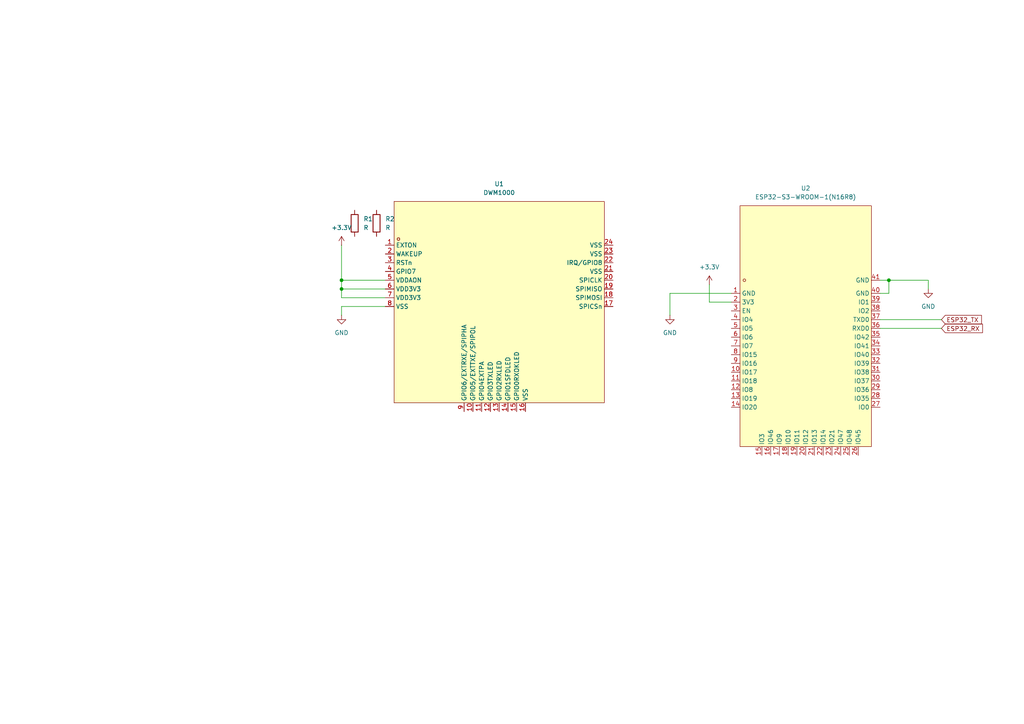
<source format=kicad_sch>
(kicad_sch (version 20231120) (generator "eeschema") (generator_version "8.0")
  (paper "A4")
  (lib_symbols
    (symbol "Device:R" (pin_numbers hide) (pin_names (offset 0))
      (property "Reference" "R" (at 2.032 0 90))
      (property "Value" "R" (at 0 0 90))
      (symbol "R_0_1"
        (rectangle (start -1.016 -2.54) (end 1.016 2.54) (stroke (width 0.254)))
      )
      (symbol "R_1_1"
        (pin passive line (at 0 3.81 270) (length 1.27) (name "~") (number "1"))
        (pin passive line (at 0 -3.81 90) (length 1.27) (name "~") (number "2"))
      )
    )
    (symbol "easyeda2kicad:DWM1000"
      (property "Reference" "U" (at 0 22.86 0))
      (property "Value" "DWM1000" (at 0 -35.56 0))
      (symbol "DWM1000_0_1"
        (rectangle (start -30.48 30.48) (end 30.48 -27.94) (fill (type background)))
        (circle (center -29.21 19.56) (radius 0.38))
        (circle (center -29.21 19.56) (radius 0.38))
        (pin unspecified line (at -33.02 17.78 0) (length 2.54) (name "EXTON") (number "1"))
        (pin unspecified line (at -7.62 -30.48 90) (length 2.54) (name "GPIO5/EXTTXE/SPIPOL") (number "10"))
        (pin unspecified line (at -5.08 -30.48 90) (length 2.54) (name "GPIO4EXTPA") (number "11"))
        (pin unspecified line (at -2.54 -30.48 90) (length 2.54) (name "GPIO3TXLED") (number "12"))
        (pin unspecified line (at 0 -30.48 90) (length 2.54) (name "GPIO2RXLED") (number "13"))
        (pin unspecified line (at 2.54 -30.48 90) (length 2.54) (name "GPIO1SFDLED") (number "14"))
        (pin unspecified line (at 5.08 -30.48 90) (length 2.54) (name "GPIO0RXOKLED") (number "15"))
        (pin unspecified line (at 7.62 -30.48 90) (length 2.54) (name "VSS") (number "16"))
        (pin unspecified line (at 33.02 0 180) (length 2.54) (name "SPICSn") (number "17"))
        (pin unspecified line (at 33.02 2.54 180) (length 2.54) (name "SPIMOSI") (number "18"))
        (pin unspecified line (at 33.02 5.08 180) (length 2.54) (name "SPIMISO") (number "19"))
        (pin unspecified line (at -33.02 15.24 0) (length 2.54) (name "WAKEUP") (number "2"))
        (pin unspecified line (at 33.02 7.62 180) (length 2.54) (name "SPICLK") (number "20"))
        (pin unspecified line (at 33.02 10.16 180) (length 2.54) (name "VSS") (number "21"))
        (pin unspecified line (at 33.02 12.7 180) (length 2.54) (name "IRQ/GPIO8") (number "22"))
        (pin unspecified line (at 33.02 15.24 180) (length 2.54) (name "VSS") (number "23"))
        (pin unspecified line (at 33.02 17.78 180) (length 2.54) (name "VSS") (number "24"))
        (pin unspecified line (at -33.02 12.7 0) (length 2.54) (name "RSTn") (number "3"))
        (pin unspecified line (at -33.02 10.16 0) (length 2.54) (name "GPIO7") (number "4"))
        (pin unspecified line (at -33.02 7.62 0) (length 2.54) (name "VDDAON") (number "5"))
        (pin unspecified line (at -33.02 5.08 0) (length 2.54) (name "VDD3V3") (number "6"))
        (pin unspecified line (at -33.02 2.54 0) (length 2.54) (name "VDD3V3") (number "7"))
        (pin unspecified line (at -33.02 0 0) (length 2.54) (name "VSS") (number "8"))
        (pin unspecified line (at -10.16 -30.48 90) (length 2.54) (name "GPIO6/EXTRXE/SPIPHA") (number "9"))
      )
    )
    (symbol "easyeda2kicad:ESP32-S3-WROOM-1(N16R8)"
      (property "Reference" "U" (at 0 20.32 0))
      (property "Value" "ESP32-S3-WROOM-1(N16R8)" (at 0 -40.64 0))
      (symbol "ESP32-S3-WROOM-1(N16R8)_0_1"
        (rectangle (start -19.05 36.83) (end 19.05 -33.02) (fill (type background)))
        (circle (center -17.78 15.24) (radius 0.38))
        (pin unspecified line (at -21.59 11.43 0) (length 2.54) (name "GND") (number "1"))
        (pin unspecified line (at -21.59 -11.43 0) (length 2.54) (name "IO17") (number "10"))
        (pin unspecified line (at -21.59 -13.97 0) (length 2.54) (name "IO18") (number "11"))
        (pin unspecified line (at -21.59 -16.51 0) (length 2.54) (name "IO8") (number "12"))
        (pin unspecified line (at -21.59 -19.05 0) (length 2.54) (name "IO19") (number "13"))
        (pin unspecified line (at -21.59 -21.59 0) (length 2.54) (name "IO20") (number "14"))
        (pin unspecified line (at -12.7 -35.56 90) (length 2.54) (name "IO3") (number "15"))
        (pin unspecified line (at -10.16 -35.56 90) (length 2.54) (name "IO46") (number "16"))
        (pin unspecified line (at -7.62 -35.56 90) (length 2.54) (name "IO9") (number "17"))
        (pin unspecified line (at -5.08 -35.56 90) (length 2.54) (name "IO10") (number "18"))
        (pin unspecified line (at -2.54 -35.56 90) (length 2.54) (name "IO11") (number "19"))
        (pin unspecified line (at -21.59 8.89 0) (length 2.54) (name "3V3") (number "2"))
        (pin unspecified line (at 0 -35.56 90) (length 2.54) (name "IO12") (number "20"))
        (pin unspecified line (at 2.54 -35.56 90) (length 2.54) (name "IO13") (number "21"))
        (pin unspecified line (at 5.08 -35.56 90) (length 2.54) (name "IO14") (number "22"))
        (pin unspecified line (at 7.62 -35.56 90) (length 2.54) (name "IO21") (number "23"))
        (pin unspecified line (at 10.16 -35.56 90) (length 2.54) (name "IO47") (number "24"))
        (pin unspecified line (at 12.7 -35.56 90) (length 2.54) (name "IO48") (number "25"))
        (pin unspecified line (at 15.24 -35.56 90) (length 2.54) (name "IO45") (number "26"))
        (pin unspecified line (at 21.59 -21.59 180) (length 2.54) (name "IO0") (number "27"))
        (pin unspecified line (at 21.59 -19.05 180) (length 2.54) (name "IO35") (number "28"))
        (pin unspecified line (at 21.59 -16.51 180) (length 2.54) (name "IO36") (number "29"))
        (pin unspecified line (at -21.59 6.35 0) (length 2.54) (name "EN") (number "3"))
        (pin unspecified line (at 21.59 -13.97 180) (length 2.54) (name "IO37") (number "30"))
        (pin unspecified line (at 21.59 -11.43 180) (length 2.54) (name "IO38") (number "31"))
        (pin unspecified line (at 21.59 -8.89 180) (length 2.54) (name "IO39") (number "32"))
        (pin unspecified line (at 21.59 -6.35 180) (length 2.54) (name "IO40") (number "33"))
        (pin unspecified line (at 21.59 -3.81 180) (length 2.54) (name "IO41") (number "34"))
        (pin unspecified line (at 21.59 -1.27 180) (length 2.54) (name "IO42") (number "35"))
        (pin unspecified line (at 21.59 1.27 180) (length 2.54) (name "RXD0") (number "36"))
        (pin unspecified line (at 21.59 3.81 180) (length 2.54) (name "TXD0") (number "37"))
        (pin unspecified line (at 21.59 6.35 180) (length 2.54) (name "IO2") (number "38"))
        (pin unspecified line (at 21.59 8.89 180) (length 2.54) (name "IO1") (number "39"))
        (pin unspecified line (at -21.59 3.81 0) (length 2.54) (name "IO4") (number "4"))
        (pin unspecified line (at 21.59 11.43 180) (length 2.54) (name "GND") (number "40"))
        (pin unspecified line (at 21.59 15.24 180) (length 2.54) (name "GND") (number "41"))
        (pin unspecified line (at -21.59 1.27 0) (length 2.54) (name "IO5") (number "5"))
        (pin unspecified line (at -21.59 -1.27 0) (length 2.54) (name "IO6") (number "6"))
        (pin unspecified line (at -21.59 -3.81 0) (length 2.54) (name "IO7") (number "7"))
        (pin unspecified line (at -21.59 -6.35 0) (length 2.54) (name "IO15") (number "8"))
        (pin unspecified line (at -21.59 -8.89 0) (length 2.54) (name "IO16") (number "9"))
      )
    )
    (symbol "power:+3.3V" (power) (pin_numbers hide) (pin_names (offset 0) hide)
      (property "Value" "+3.3V" (at 0 3.556 0))
      (symbol "+3.3V_0_1"
        (polyline (pts (xy -0.762 1.27) (xy 0 2.54)))
        (polyline (pts (xy 0 0) (xy 0 2.54)))
        (polyline (pts (xy 0 2.54) (xy 0.762 1.27)))
      )
      (symbol "+3.3V_1_1"
        (pin power_in line (at 0 0 90) (length 0) (name "~") (number "1"))
      )
    )
    (symbol "power:GND" (power) (pin_numbers hide) (pin_names (offset 0) hide)
      (property "Value" "GND" (at 0 -3.81 0))
      (symbol "GND_0_1"
        (polyline (pts (xy 0 0) (xy 0 -1.27) (xy 1.27 -1.27) (xy 0 -2.54) (xy -1.27 -1.27) (xy 0 -1.27)))
      )
      (symbol "GND_1_1"
        (pin power_in line (at 0 0 270) (length 0) (name "~") (number "1"))
      )
    )
  )
  (junction (at 99.06 81.28))
  (junction (at 99.06 83.82))
  (junction (at 257.81 81.28))
  (wire (pts (xy 99.06 81.28) (xy 99.06 71.12)))
  (wire (pts (xy 257.81 85.09) (xy 257.81 81.28)))
  (wire (pts (xy 205.74 87.63) (xy 212.09 87.63)))
  (wire (pts (xy 99.06 81.28) (xy 111.76 81.28)))
  (wire (pts (xy 99.06 83.82) (xy 111.76 83.82)))
  (wire (pts (xy 111.76 86.36) (xy 99.06 86.36)))
  (wire (pts (xy 269.24 81.28) (xy 257.81 81.28)))
  (wire (pts (xy 212.09 85.09) (xy 194.31 85.09)))
  (wire (pts (xy 99.06 83.82) (xy 99.06 81.28)))
  (wire (pts (xy 255.27 85.09) (xy 257.81 85.09)))
  (wire (pts (xy 194.31 85.09) (xy 194.31 91.44)))
  (wire (pts (xy 99.06 86.36) (xy 99.06 83.82)))
  (wire (pts (xy 111.76 88.9) (xy 99.06 88.9)))
  (wire (pts (xy 257.81 81.28) (xy 255.27 81.28)))
  (wire (pts (xy 269.24 83.82) (xy 269.24 81.28)))
  (wire (pts (xy 205.74 82.55) (xy 205.74 87.63)))
  (wire (pts (xy 99.06 88.9) (xy 99.06 91.44)))
  (wire (pts (xy 255.27 92.71) (xy 273.05 92.71)))
  (wire (pts (xy 273.05 95.25) (xy 255.27 95.25)))
  (global_label "ESP32_RX" (shape input) (at 273.05 95.25 0) (property "Intersheetrefs" "${INTERSHEET_REFS}" (effects (hide yes))))
  (global_label "ESP32_TX" (shape input) (at 273.05 92.71 0) (property "Intersheetrefs" "${INTERSHEET_REFS}" (effects (hide yes))))
  (symbol (lib_id "power:GND") (at 194.31 91.44 0) (unit 1)
    (property "Reference" "#PWR01" (effects (hide yes)))
    (property "Value" "GND" (at 194.31 96.52 0))
    (property "Description" "Power symbol creates a global label with name \"GND\" , ground" (effects (hide yes)))
    (instances (project "ESP32-DWM1000-local" (path "" (reference "#PWR01") (unit 1)) (path "" (reference "#PWR06") (unit 1))))
  )
  (symbol (lib_id "Device:R") (at 109.22 64.77 0) (unit 1)
    (property "Reference" "R2" (at 111.76 63.4999 0) (effects (justify left)))
    (property "Value" "R" (at 111.76 66.0399 0) (effects (justify left)))
    (property "Description" "Resistor" (effects (hide yes)))
  )
  (symbol (lib_id "Device:R") (at 102.87 64.77 0) (unit 1)
    (property "Reference" "R1" (at 105.41 63.4999 0) (effects (justify left)))
    (property "Value" "R" (at 105.41 66.0399 0) (effects (justify left)))
    (property "Description" "Resistor" (effects (hide yes)))
  )
  (symbol (lib_id "power:GND") (at 269.24 83.82 0) (unit 1)
    (property "Reference" "#PWR03" (effects (hide yes)))
    (property "Value" "GND" (at 269.24 88.9 0))
    (property "Description" "Power symbol creates a global label with name \"GND\" , ground" (effects (hide yes)))
    (instances (project "ESP32-DWM1000-local" (path "" (reference "#PWR03") (unit 1)) (path "" (reference "#PWR08") (unit 1))))
  )
  (symbol (lib_id "power:+3.3V") (at 205.74 82.55 0) (unit 1)
    (property "Reference" "#PWR02" (effects (hide yes)))
    (property "Value" "+3.3V" (at 205.74 77.47 0))
    (property "Description" "Power symbol creates a global label with name \"+3.3V\"" (effects (hide yes)))
    (instances (project "ESP32-DWM1000-local" (path "" (reference "#PWR02") (unit 1)) (path "" (reference "#PWR07") (unit 1))))
  )
  (symbol (lib_id "power:GND") (at 99.06 91.44 0) (unit 1)
    (property "Reference" "#PWR05" (effects (hide yes)))
    (property "Value" "GND" (at 99.06 96.52 0))
    (property "Description" "Power symbol creates a global label with name \"GND\" , ground" (effects (hide yes)))
  )
  (symbol (lib_id "power:+3.3V") (at 99.06 71.12 0) (unit 1)
    (property "Reference" "#PWR04" (effects (hide yes)))
    (property "Value" "+3.3V" (at 99.06 66.04 0))
    (property "Description" "Power symbol creates a global label with name \"+3.3V\"" (effects (hide yes)))
  )
  (symbol (lib_id "easyeda2kicad:ESP32-S3-WROOM-1(N16R8)") (at 233.68 96.52 0) (unit 1)
    (property "Reference" "U2" (at 233.68 54.61 0))
    (property "Value" "ESP32-S3-WROOM-1(N16R8)" (at 233.68 57.15 0))
    (property "Footprint" "easyeda2kicad:WIRELM-SMD_ESP32-S3-WROOM-1" (effects (hide yes)))
    (property "LCSC Part" "C2913202" (effects (hide yes)))
    (instances (project "ESP32-DWM1000-local" (path "" (reference "U2") (unit 1)) (path "" (reference "U4") (unit 1))))
  )
  (symbol (lib_id "easyeda2kicad:DWM1000") (at 144.78 88.9 0) (unit 1)
    (property "Reference" "U1" (at 144.78 53.34 0))
    (property "Value" "DWM1000" (at 144.78 55.88 0))
    (property "Footprint" "easyeda2kicad:WIRELM-TH_DWM1000" (effects (hide yes)))
    (property "Datasheet" "https://lcsc.com/product-detail/Wireless-Modules_DecaWave_DWM1000_DWM1000_C95238.html" (effects (hide yes)))
    (property "LCSC Part" "C95238" (effects (hide yes)))
  )
)
</source>
